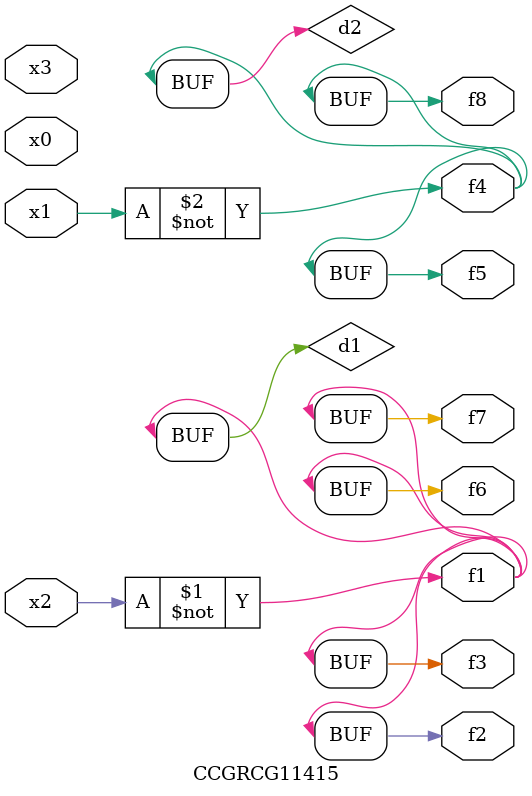
<source format=v>
module CCGRCG11415(
	input x0, x1, x2, x3,
	output f1, f2, f3, f4, f5, f6, f7, f8
);

	wire d1, d2;

	xnor (d1, x2);
	not (d2, x1);
	assign f1 = d1;
	assign f2 = d1;
	assign f3 = d1;
	assign f4 = d2;
	assign f5 = d2;
	assign f6 = d1;
	assign f7 = d1;
	assign f8 = d2;
endmodule

</source>
